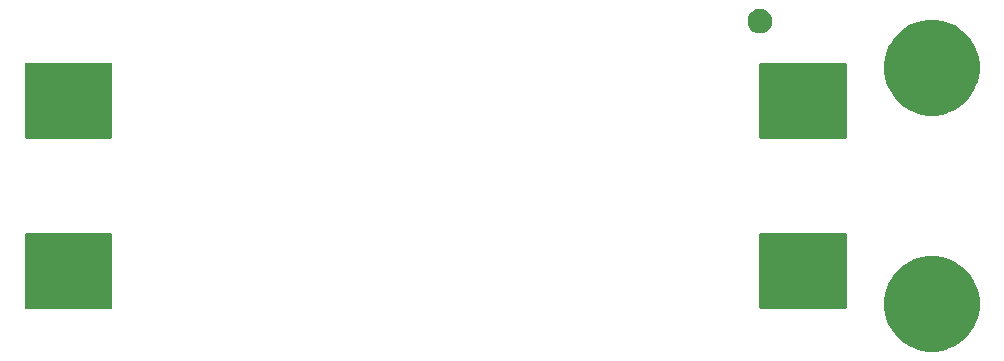
<source format=gbr>
G04 #@! TF.GenerationSoftware,KiCad,Pcbnew,5.1.6+dfsg1-1*
G04 #@! TF.CreationDate,2020-07-15T23:43:31+02:00*
G04 #@! TF.ProjectId,continuity,636f6e74-696e-4756-9974-792e6b696361,rev?*
G04 #@! TF.SameCoordinates,Original*
G04 #@! TF.FileFunction,Soldermask,Bot*
G04 #@! TF.FilePolarity,Negative*
%FSLAX46Y46*%
G04 Gerber Fmt 4.6, Leading zero omitted, Abs format (unit mm)*
G04 Created by KiCad (PCBNEW 5.1.6+dfsg1-1) date 2020-07-15 23:43:31*
%MOMM*%
%LPD*%
G01*
G04 APERTURE LIST*
%ADD10C,0.100000*%
G04 APERTURE END LIST*
D10*
G36*
X154681632Y-88604677D02*
G01*
X154987005Y-88731167D01*
X155418868Y-88910050D01*
X156082362Y-89353383D01*
X156646617Y-89917638D01*
X157089950Y-90581132D01*
X157104389Y-90615992D01*
X157395323Y-91318368D01*
X157551000Y-92101010D01*
X157551000Y-92898990D01*
X157395323Y-93681632D01*
X157268833Y-93987005D01*
X157089950Y-94418868D01*
X156646617Y-95082362D01*
X156082362Y-95646617D01*
X155418868Y-96089950D01*
X154987005Y-96268833D01*
X154681632Y-96395323D01*
X153898990Y-96551000D01*
X153101010Y-96551000D01*
X152318368Y-96395323D01*
X152012995Y-96268833D01*
X151581132Y-96089950D01*
X150917638Y-95646617D01*
X150353383Y-95082362D01*
X149910050Y-94418868D01*
X149731167Y-93987005D01*
X149604677Y-93681632D01*
X149449000Y-92898990D01*
X149449000Y-92101010D01*
X149604677Y-91318368D01*
X149895611Y-90615992D01*
X149910050Y-90581132D01*
X150353383Y-89917638D01*
X150917638Y-89353383D01*
X151581132Y-88910050D01*
X152012995Y-88731167D01*
X152318368Y-88604677D01*
X153101010Y-88449000D01*
X153898990Y-88449000D01*
X154681632Y-88604677D01*
G37*
G36*
X146156769Y-86488630D02*
G01*
X146196069Y-86500552D01*
X146232292Y-86519913D01*
X146264036Y-86545964D01*
X146290087Y-86577708D01*
X146309448Y-86613931D01*
X146321370Y-86653231D01*
X146326000Y-86700240D01*
X146326000Y-92719760D01*
X146321370Y-92766769D01*
X146309448Y-92806069D01*
X146290087Y-92842292D01*
X146264036Y-92874036D01*
X146232292Y-92900087D01*
X146196069Y-92919448D01*
X146156769Y-92931370D01*
X146109760Y-92936000D01*
X139100240Y-92936000D01*
X139053231Y-92931370D01*
X139013931Y-92919448D01*
X138977708Y-92900087D01*
X138945964Y-92874036D01*
X138919913Y-92842292D01*
X138900552Y-92806069D01*
X138888630Y-92766769D01*
X138884000Y-92719760D01*
X138884000Y-86700240D01*
X138888630Y-86653231D01*
X138900552Y-86613931D01*
X138919913Y-86577708D01*
X138945964Y-86545964D01*
X138977708Y-86519913D01*
X139013931Y-86500552D01*
X139053231Y-86488630D01*
X139100240Y-86484000D01*
X146109760Y-86484000D01*
X146156769Y-86488630D01*
G37*
G36*
X83946769Y-86488630D02*
G01*
X83986069Y-86500552D01*
X84022292Y-86519913D01*
X84054036Y-86545964D01*
X84080087Y-86577708D01*
X84099448Y-86613931D01*
X84111370Y-86653231D01*
X84116000Y-86700240D01*
X84116000Y-92719760D01*
X84111370Y-92766769D01*
X84099448Y-92806069D01*
X84080087Y-92842292D01*
X84054036Y-92874036D01*
X84022292Y-92900087D01*
X83986069Y-92919448D01*
X83946769Y-92931370D01*
X83899760Y-92936000D01*
X76890240Y-92936000D01*
X76843231Y-92931370D01*
X76803931Y-92919448D01*
X76767708Y-92900087D01*
X76735964Y-92874036D01*
X76709913Y-92842292D01*
X76690552Y-92806069D01*
X76678630Y-92766769D01*
X76674000Y-92719760D01*
X76674000Y-86700240D01*
X76678630Y-86653231D01*
X76690552Y-86613931D01*
X76709913Y-86577708D01*
X76735964Y-86545964D01*
X76767708Y-86519913D01*
X76803931Y-86500552D01*
X76843231Y-86488630D01*
X76890240Y-86484000D01*
X83899760Y-86484000D01*
X83946769Y-86488630D01*
G37*
G36*
X146156769Y-72068630D02*
G01*
X146196069Y-72080552D01*
X146232292Y-72099913D01*
X146264036Y-72125964D01*
X146290087Y-72157708D01*
X146309448Y-72193931D01*
X146321370Y-72233231D01*
X146326000Y-72280240D01*
X146326000Y-78299760D01*
X146321370Y-78346769D01*
X146309448Y-78386069D01*
X146290087Y-78422292D01*
X146264036Y-78454036D01*
X146232292Y-78480087D01*
X146196069Y-78499448D01*
X146156769Y-78511370D01*
X146109760Y-78516000D01*
X139100240Y-78516000D01*
X139053231Y-78511370D01*
X139013931Y-78499448D01*
X138977708Y-78480087D01*
X138945964Y-78454036D01*
X138919913Y-78422292D01*
X138900552Y-78386069D01*
X138888630Y-78346769D01*
X138884000Y-78299760D01*
X138884000Y-72280240D01*
X138888630Y-72233231D01*
X138900552Y-72193931D01*
X138919913Y-72157708D01*
X138945964Y-72125964D01*
X138977708Y-72099913D01*
X139013931Y-72080552D01*
X139053231Y-72068630D01*
X139100240Y-72064000D01*
X146109760Y-72064000D01*
X146156769Y-72068630D01*
G37*
G36*
X83946769Y-72068630D02*
G01*
X83986069Y-72080552D01*
X84022292Y-72099913D01*
X84054036Y-72125964D01*
X84080087Y-72157708D01*
X84099448Y-72193931D01*
X84111370Y-72233231D01*
X84116000Y-72280240D01*
X84116000Y-78299760D01*
X84111370Y-78346769D01*
X84099448Y-78386069D01*
X84080087Y-78422292D01*
X84054036Y-78454036D01*
X84022292Y-78480087D01*
X83986069Y-78499448D01*
X83946769Y-78511370D01*
X83899760Y-78516000D01*
X76890240Y-78516000D01*
X76843231Y-78511370D01*
X76803931Y-78499448D01*
X76767708Y-78480087D01*
X76735964Y-78454036D01*
X76709913Y-78422292D01*
X76690552Y-78386069D01*
X76678630Y-78346769D01*
X76674000Y-78299760D01*
X76674000Y-72280240D01*
X76678630Y-72233231D01*
X76690552Y-72193931D01*
X76709913Y-72157708D01*
X76735964Y-72125964D01*
X76767708Y-72099913D01*
X76803931Y-72080552D01*
X76843231Y-72068630D01*
X76890240Y-72064000D01*
X83899760Y-72064000D01*
X83946769Y-72068630D01*
G37*
G36*
X154681632Y-68604677D02*
G01*
X154987005Y-68731167D01*
X155418868Y-68910050D01*
X156082362Y-69353383D01*
X156646617Y-69917638D01*
X157089950Y-70581132D01*
X157104389Y-70615992D01*
X157395323Y-71318368D01*
X157551000Y-72101010D01*
X157551000Y-72898990D01*
X157395323Y-73681632D01*
X157268833Y-73987005D01*
X157089950Y-74418868D01*
X156646617Y-75082362D01*
X156082362Y-75646617D01*
X155418868Y-76089950D01*
X154987005Y-76268833D01*
X154681632Y-76395323D01*
X153898990Y-76551000D01*
X153101010Y-76551000D01*
X152318368Y-76395323D01*
X152012995Y-76268833D01*
X151581132Y-76089950D01*
X150917638Y-75646617D01*
X150353383Y-75082362D01*
X149910050Y-74418868D01*
X149731167Y-73987005D01*
X149604677Y-73681632D01*
X149449000Y-72898990D01*
X149449000Y-72101010D01*
X149604677Y-71318368D01*
X149895611Y-70615992D01*
X149910050Y-70581132D01*
X150353383Y-69917638D01*
X150917638Y-69353383D01*
X151581132Y-68910050D01*
X152012995Y-68731167D01*
X152318368Y-68604677D01*
X153101010Y-68449000D01*
X153898990Y-68449000D01*
X154681632Y-68604677D01*
G37*
G36*
X139238647Y-67559004D02*
G01*
X139428097Y-67637477D01*
X139428098Y-67637478D01*
X139598599Y-67751402D01*
X139743598Y-67896401D01*
X139819719Y-68010326D01*
X139857523Y-68066903D01*
X139935996Y-68256353D01*
X139976000Y-68457469D01*
X139976000Y-68662531D01*
X139935996Y-68863647D01*
X139857523Y-69053097D01*
X139857522Y-69053098D01*
X139743598Y-69223599D01*
X139598599Y-69368598D01*
X139484674Y-69444719D01*
X139428097Y-69482523D01*
X139238647Y-69560996D01*
X139037531Y-69601000D01*
X138832469Y-69601000D01*
X138631353Y-69560996D01*
X138441903Y-69482523D01*
X138385326Y-69444719D01*
X138271401Y-69368598D01*
X138126402Y-69223599D01*
X138012478Y-69053098D01*
X138012477Y-69053097D01*
X137934004Y-68863647D01*
X137894000Y-68662531D01*
X137894000Y-68457469D01*
X137934004Y-68256353D01*
X138012477Y-68066903D01*
X138050281Y-68010326D01*
X138126402Y-67896401D01*
X138271401Y-67751402D01*
X138441902Y-67637478D01*
X138441903Y-67637477D01*
X138631353Y-67559004D01*
X138832469Y-67519000D01*
X139037531Y-67519000D01*
X139238647Y-67559004D01*
G37*
M02*

</source>
